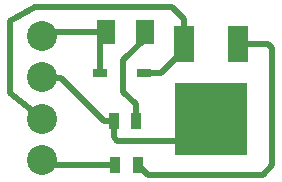
<source format=gtl>
G04 (created by PCBNEW (2013-07-07 BZR 4022)-stable) date 3/7/2015 6:52:20 AM*
%MOIN*%
G04 Gerber Fmt 3.4, Leading zero omitted, Abs format*
%FSLAX34Y34*%
G01*
G70*
G90*
G04 APERTURE LIST*
%ADD10C,0.00590551*%
%ADD11R,0.0472X0.0276*%
%ADD12R,0.06X0.08*%
%ADD13R,0.035X0.055*%
%ADD14R,0.065X0.12*%
%ADD15R,0.24X0.24*%
%ADD16C,0.1*%
%ADD17C,0.02*%
G04 APERTURE END LIST*
G54D10*
G54D11*
X10594Y-8149D03*
X9138Y-8149D03*
G54D12*
X9351Y-6769D03*
X10651Y-6769D03*
G54D13*
X9656Y-11194D03*
X10406Y-11194D03*
X9596Y-9739D03*
X10346Y-9739D03*
G54D14*
X13751Y-7159D03*
G54D15*
X12851Y-9659D03*
G54D14*
X11951Y-7159D03*
G54D16*
X7199Y-6904D03*
X7199Y-8282D03*
X7199Y-9659D03*
X7199Y-11037D03*
G54D17*
X9138Y-8149D02*
X9138Y-6982D01*
X9138Y-6982D02*
X9351Y-6769D01*
X9351Y-6769D02*
X7453Y-6769D01*
X7453Y-6769D02*
X7286Y-6936D01*
X9656Y-11194D02*
X7410Y-11194D01*
X7410Y-11194D02*
X7286Y-11069D01*
X6971Y-5929D02*
X7027Y-5929D01*
X6134Y-6457D02*
X6134Y-8816D01*
X11951Y-7159D02*
X11951Y-6349D01*
X6134Y-8816D02*
X7286Y-9691D01*
X6971Y-5929D02*
X6134Y-6419D01*
X11951Y-6349D02*
X11531Y-5929D01*
X6134Y-6419D02*
X6134Y-6457D01*
X7027Y-5929D02*
X11531Y-5929D01*
X10594Y-8149D02*
X11171Y-8149D01*
X11951Y-7369D02*
X11951Y-7159D01*
X11171Y-8149D02*
X11951Y-7369D01*
X12111Y-10399D02*
X9716Y-10399D01*
X9596Y-10279D02*
X9716Y-10399D01*
X9596Y-10279D02*
X9596Y-9739D01*
X12111Y-10399D02*
X12851Y-9659D01*
X12111Y-10399D02*
X12851Y-9659D01*
X9596Y-9739D02*
X9281Y-9739D01*
X9281Y-9739D02*
X7856Y-8314D01*
X7856Y-8314D02*
X7286Y-8314D01*
X9926Y-7714D02*
X9926Y-8764D01*
X10651Y-6989D02*
X9926Y-7714D01*
X9926Y-8764D02*
X10346Y-9184D01*
X10346Y-9739D02*
X10346Y-9184D01*
X10651Y-6989D02*
X10651Y-6769D01*
X10406Y-11194D02*
X10421Y-11194D01*
X14756Y-7159D02*
X13751Y-7159D01*
X14891Y-7294D02*
X14756Y-7159D01*
X14891Y-11209D02*
X14891Y-7294D01*
X14576Y-11524D02*
X14891Y-11209D01*
X10751Y-11524D02*
X14576Y-11524D01*
X10421Y-11194D02*
X10751Y-11524D01*
M02*

</source>
